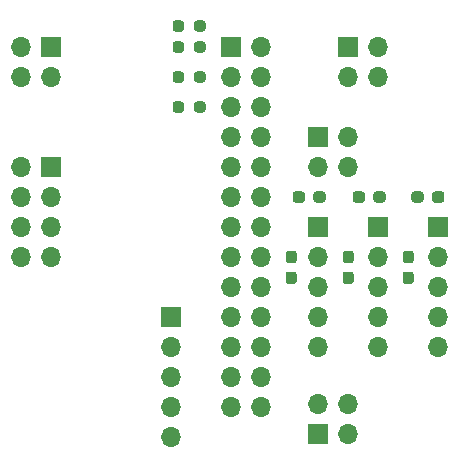
<source format=gbr>
%TF.GenerationSoftware,KiCad,Pcbnew,(5.1.7)-1*%
%TF.CreationDate,2021-06-08T21:15:34+03:00*%
%TF.ProjectId,RaspiAdapter,52617370-6941-4646-9170-7465722e6b69,rev?*%
%TF.SameCoordinates,Original*%
%TF.FileFunction,Soldermask,Bot*%
%TF.FilePolarity,Negative*%
%FSLAX46Y46*%
G04 Gerber Fmt 4.6, Leading zero omitted, Abs format (unit mm)*
G04 Created by KiCad (PCBNEW (5.1.7)-1) date 2021-06-08 21:15:34*
%MOMM*%
%LPD*%
G01*
G04 APERTURE LIST*
%ADD10O,1.700000X1.700000*%
%ADD11R,1.700000X1.700000*%
G04 APERTURE END LIST*
D10*
%TO.C,J110*%
X165100000Y-123444000D03*
X162560000Y-123444000D03*
X165100000Y-125984000D03*
D11*
X162560000Y-125984000D03*
%TD*%
D10*
%TO.C,J101*%
X157734000Y-123698000D03*
X155194000Y-123698000D03*
X157734000Y-121158000D03*
X155194000Y-121158000D03*
X157734000Y-118618000D03*
X155194000Y-118618000D03*
X157734000Y-116078000D03*
X155194000Y-116078000D03*
X157734000Y-113538000D03*
X155194000Y-113538000D03*
X157734000Y-110998000D03*
X155194000Y-110998000D03*
X157734000Y-108458000D03*
X155194000Y-108458000D03*
X157734000Y-105918000D03*
X155194000Y-105918000D03*
X157734000Y-103378000D03*
X155194000Y-103378000D03*
X157734000Y-100838000D03*
X155194000Y-100838000D03*
X157734000Y-98298000D03*
X155194000Y-98298000D03*
X157734000Y-95758000D03*
X155194000Y-95758000D03*
X157734000Y-93218000D03*
D11*
X155194000Y-93218000D03*
%TD*%
D10*
%TO.C,J109*%
X172720000Y-118618000D03*
X172720000Y-116078000D03*
X172720000Y-113538000D03*
X172720000Y-110998000D03*
D11*
X172720000Y-108458000D03*
%TD*%
%TO.C,C102*%
G36*
G01*
X172195000Y-106155500D02*
X172195000Y-105680500D01*
G75*
G02*
X172432500Y-105443000I237500J0D01*
G01*
X173007500Y-105443000D01*
G75*
G02*
X173245000Y-105680500I0J-237500D01*
G01*
X173245000Y-106155500D01*
G75*
G02*
X173007500Y-106393000I-237500J0D01*
G01*
X172432500Y-106393000D01*
G75*
G02*
X172195000Y-106155500I0J237500D01*
G01*
G37*
G36*
G01*
X170445000Y-106155500D02*
X170445000Y-105680500D01*
G75*
G02*
X170682500Y-105443000I237500J0D01*
G01*
X171257500Y-105443000D01*
G75*
G02*
X171495000Y-105680500I0J-237500D01*
G01*
X171495000Y-106155500D01*
G75*
G02*
X171257500Y-106393000I-237500J0D01*
G01*
X170682500Y-106393000D01*
G75*
G02*
X170445000Y-106155500I0J237500D01*
G01*
G37*
%TD*%
%TO.C,C101*%
G36*
G01*
X169942500Y-112223000D02*
X170417500Y-112223000D01*
G75*
G02*
X170655000Y-112460500I0J-237500D01*
G01*
X170655000Y-113035500D01*
G75*
G02*
X170417500Y-113273000I-237500J0D01*
G01*
X169942500Y-113273000D01*
G75*
G02*
X169705000Y-113035500I0J237500D01*
G01*
X169705000Y-112460500D01*
G75*
G02*
X169942500Y-112223000I237500J0D01*
G01*
G37*
G36*
G01*
X169942500Y-110473000D02*
X170417500Y-110473000D01*
G75*
G02*
X170655000Y-110710500I0J-237500D01*
G01*
X170655000Y-111285500D01*
G75*
G02*
X170417500Y-111523000I-237500J0D01*
G01*
X169942500Y-111523000D01*
G75*
G02*
X169705000Y-111285500I0J237500D01*
G01*
X169705000Y-110710500D01*
G75*
G02*
X169942500Y-110473000I237500J0D01*
G01*
G37*
%TD*%
D10*
%TO.C,J104*%
X137414000Y-110998000D03*
X139954000Y-110998000D03*
X137414000Y-108458000D03*
X139954000Y-108458000D03*
X137414000Y-105918000D03*
X139954000Y-105918000D03*
X137414000Y-103378000D03*
D11*
X139954000Y-103378000D03*
%TD*%
D10*
%TO.C,J102*%
X167640000Y-95758000D03*
X165100000Y-95758000D03*
X167640000Y-93218000D03*
D11*
X165100000Y-93218000D03*
%TD*%
D10*
%TO.C,J107*%
X137414000Y-95758000D03*
X139954000Y-95758000D03*
X137414000Y-93218000D03*
D11*
X139954000Y-93218000D03*
%TD*%
D10*
%TO.C,J105*%
X165100000Y-103378000D03*
X165100000Y-100838000D03*
X162560000Y-103378000D03*
D11*
X162560000Y-100838000D03*
%TD*%
%TO.C,R104*%
G36*
G01*
X152063000Y-95995500D02*
X152063000Y-95520500D01*
G75*
G02*
X152300500Y-95283000I237500J0D01*
G01*
X152800500Y-95283000D01*
G75*
G02*
X153038000Y-95520500I0J-237500D01*
G01*
X153038000Y-95995500D01*
G75*
G02*
X152800500Y-96233000I-237500J0D01*
G01*
X152300500Y-96233000D01*
G75*
G02*
X152063000Y-95995500I0J237500D01*
G01*
G37*
G36*
G01*
X150238000Y-95995500D02*
X150238000Y-95520500D01*
G75*
G02*
X150475500Y-95283000I237500J0D01*
G01*
X150975500Y-95283000D01*
G75*
G02*
X151213000Y-95520500I0J-237500D01*
G01*
X151213000Y-95995500D01*
G75*
G02*
X150975500Y-96233000I-237500J0D01*
G01*
X150475500Y-96233000D01*
G75*
G02*
X150238000Y-95995500I0J237500D01*
G01*
G37*
%TD*%
%TO.C,R103*%
G36*
G01*
X152063000Y-91677500D02*
X152063000Y-91202500D01*
G75*
G02*
X152300500Y-90965000I237500J0D01*
G01*
X152800500Y-90965000D01*
G75*
G02*
X153038000Y-91202500I0J-237500D01*
G01*
X153038000Y-91677500D01*
G75*
G02*
X152800500Y-91915000I-237500J0D01*
G01*
X152300500Y-91915000D01*
G75*
G02*
X152063000Y-91677500I0J237500D01*
G01*
G37*
G36*
G01*
X150238000Y-91677500D02*
X150238000Y-91202500D01*
G75*
G02*
X150475500Y-90965000I237500J0D01*
G01*
X150975500Y-90965000D01*
G75*
G02*
X151213000Y-91202500I0J-237500D01*
G01*
X151213000Y-91677500D01*
G75*
G02*
X150975500Y-91915000I-237500J0D01*
G01*
X150475500Y-91915000D01*
G75*
G02*
X150238000Y-91677500I0J237500D01*
G01*
G37*
%TD*%
%TO.C,R102*%
G36*
G01*
X151213000Y-98060500D02*
X151213000Y-98535500D01*
G75*
G02*
X150975500Y-98773000I-237500J0D01*
G01*
X150475500Y-98773000D01*
G75*
G02*
X150238000Y-98535500I0J237500D01*
G01*
X150238000Y-98060500D01*
G75*
G02*
X150475500Y-97823000I237500J0D01*
G01*
X150975500Y-97823000D01*
G75*
G02*
X151213000Y-98060500I0J-237500D01*
G01*
G37*
G36*
G01*
X153038000Y-98060500D02*
X153038000Y-98535500D01*
G75*
G02*
X152800500Y-98773000I-237500J0D01*
G01*
X152300500Y-98773000D01*
G75*
G02*
X152063000Y-98535500I0J237500D01*
G01*
X152063000Y-98060500D01*
G75*
G02*
X152300500Y-97823000I237500J0D01*
G01*
X152800500Y-97823000D01*
G75*
G02*
X153038000Y-98060500I0J-237500D01*
G01*
G37*
%TD*%
%TO.C,R101*%
G36*
G01*
X152063000Y-93455500D02*
X152063000Y-92980500D01*
G75*
G02*
X152300500Y-92743000I237500J0D01*
G01*
X152800500Y-92743000D01*
G75*
G02*
X153038000Y-92980500I0J-237500D01*
G01*
X153038000Y-93455500D01*
G75*
G02*
X152800500Y-93693000I-237500J0D01*
G01*
X152300500Y-93693000D01*
G75*
G02*
X152063000Y-93455500I0J237500D01*
G01*
G37*
G36*
G01*
X150238000Y-93455500D02*
X150238000Y-92980500D01*
G75*
G02*
X150475500Y-92743000I237500J0D01*
G01*
X150975500Y-92743000D01*
G75*
G02*
X151213000Y-92980500I0J-237500D01*
G01*
X151213000Y-93455500D01*
G75*
G02*
X150975500Y-93693000I-237500J0D01*
G01*
X150475500Y-93693000D01*
G75*
G02*
X150238000Y-93455500I0J237500D01*
G01*
G37*
%TD*%
D10*
%TO.C,J108*%
X150114000Y-126238000D03*
X150114000Y-123698000D03*
X150114000Y-121158000D03*
X150114000Y-118618000D03*
D11*
X150114000Y-116078000D03*
%TD*%
D10*
%TO.C,J106*%
X162560000Y-118618000D03*
X162560000Y-116078000D03*
X162560000Y-113538000D03*
X162560000Y-110998000D03*
D11*
X162560000Y-108458000D03*
%TD*%
D10*
%TO.C,J103*%
X167640000Y-118618000D03*
X167640000Y-116078000D03*
X167640000Y-113538000D03*
X167640000Y-110998000D03*
D11*
X167640000Y-108458000D03*
%TD*%
%TO.C,C108*%
G36*
G01*
X162148000Y-106155500D02*
X162148000Y-105680500D01*
G75*
G02*
X162385500Y-105443000I237500J0D01*
G01*
X162960500Y-105443000D01*
G75*
G02*
X163198000Y-105680500I0J-237500D01*
G01*
X163198000Y-106155500D01*
G75*
G02*
X162960500Y-106393000I-237500J0D01*
G01*
X162385500Y-106393000D01*
G75*
G02*
X162148000Y-106155500I0J237500D01*
G01*
G37*
G36*
G01*
X160398000Y-106155500D02*
X160398000Y-105680500D01*
G75*
G02*
X160635500Y-105443000I237500J0D01*
G01*
X161210500Y-105443000D01*
G75*
G02*
X161448000Y-105680500I0J-237500D01*
G01*
X161448000Y-106155500D01*
G75*
G02*
X161210500Y-106393000I-237500J0D01*
G01*
X160635500Y-106393000D01*
G75*
G02*
X160398000Y-106155500I0J237500D01*
G01*
G37*
%TD*%
%TO.C,C106*%
G36*
G01*
X160036500Y-112223000D02*
X160511500Y-112223000D01*
G75*
G02*
X160749000Y-112460500I0J-237500D01*
G01*
X160749000Y-113035500D01*
G75*
G02*
X160511500Y-113273000I-237500J0D01*
G01*
X160036500Y-113273000D01*
G75*
G02*
X159799000Y-113035500I0J237500D01*
G01*
X159799000Y-112460500D01*
G75*
G02*
X160036500Y-112223000I237500J0D01*
G01*
G37*
G36*
G01*
X160036500Y-110473000D02*
X160511500Y-110473000D01*
G75*
G02*
X160749000Y-110710500I0J-237500D01*
G01*
X160749000Y-111285500D01*
G75*
G02*
X160511500Y-111523000I-237500J0D01*
G01*
X160036500Y-111523000D01*
G75*
G02*
X159799000Y-111285500I0J237500D01*
G01*
X159799000Y-110710500D01*
G75*
G02*
X160036500Y-110473000I237500J0D01*
G01*
G37*
%TD*%
%TO.C,C105*%
G36*
G01*
X167228000Y-106155500D02*
X167228000Y-105680500D01*
G75*
G02*
X167465500Y-105443000I237500J0D01*
G01*
X168040500Y-105443000D01*
G75*
G02*
X168278000Y-105680500I0J-237500D01*
G01*
X168278000Y-106155500D01*
G75*
G02*
X168040500Y-106393000I-237500J0D01*
G01*
X167465500Y-106393000D01*
G75*
G02*
X167228000Y-106155500I0J237500D01*
G01*
G37*
G36*
G01*
X165478000Y-106155500D02*
X165478000Y-105680500D01*
G75*
G02*
X165715500Y-105443000I237500J0D01*
G01*
X166290500Y-105443000D01*
G75*
G02*
X166528000Y-105680500I0J-237500D01*
G01*
X166528000Y-106155500D01*
G75*
G02*
X166290500Y-106393000I-237500J0D01*
G01*
X165715500Y-106393000D01*
G75*
G02*
X165478000Y-106155500I0J237500D01*
G01*
G37*
%TD*%
%TO.C,C103*%
G36*
G01*
X164862500Y-112223000D02*
X165337500Y-112223000D01*
G75*
G02*
X165575000Y-112460500I0J-237500D01*
G01*
X165575000Y-113035500D01*
G75*
G02*
X165337500Y-113273000I-237500J0D01*
G01*
X164862500Y-113273000D01*
G75*
G02*
X164625000Y-113035500I0J237500D01*
G01*
X164625000Y-112460500D01*
G75*
G02*
X164862500Y-112223000I237500J0D01*
G01*
G37*
G36*
G01*
X164862500Y-110473000D02*
X165337500Y-110473000D01*
G75*
G02*
X165575000Y-110710500I0J-237500D01*
G01*
X165575000Y-111285500D01*
G75*
G02*
X165337500Y-111523000I-237500J0D01*
G01*
X164862500Y-111523000D01*
G75*
G02*
X164625000Y-111285500I0J237500D01*
G01*
X164625000Y-110710500D01*
G75*
G02*
X164862500Y-110473000I237500J0D01*
G01*
G37*
%TD*%
M02*

</source>
